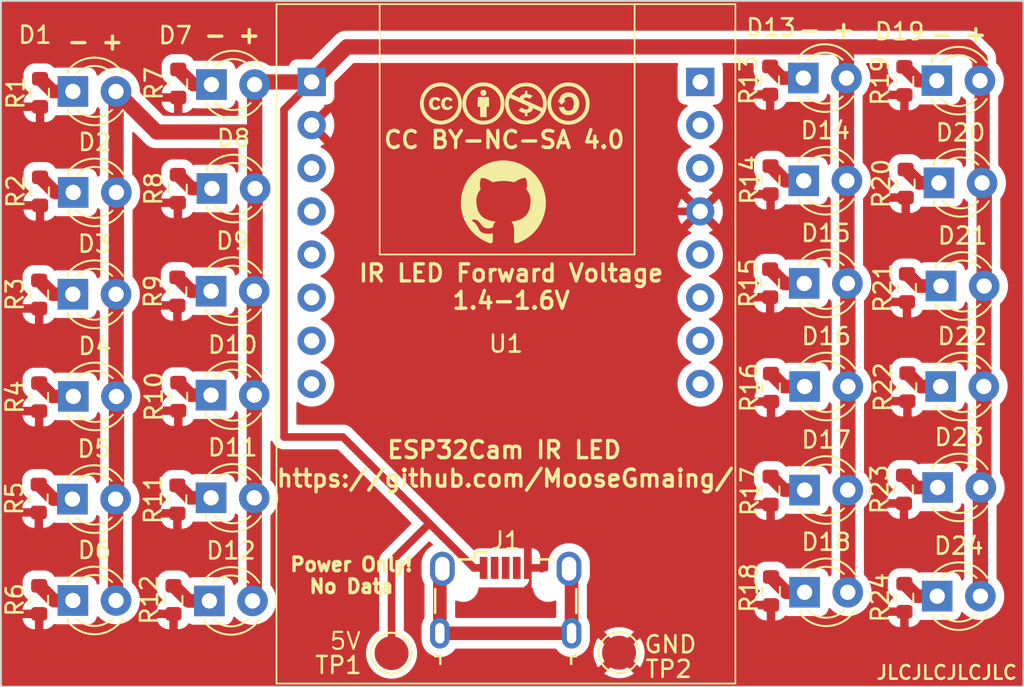
<source format=kicad_pcb>
(kicad_pcb (version 20221018) (generator pcbnew)
  (layers (0 "F.Cu" signal) (31 "B.Cu" signal) (34 "B.Paste" user) (35 "F.Paste" user) (36 "B.SilkS" user "B.Silkscreen") (37 "F.SilkS" user "F.Silkscreen") (38 "B.Mask" user) (39 "F.Mask" user) (44 "Edge.Cuts" user))
  (net 0 "")
  (net 1 "Net-(D1-K)")
  (net 2 "Net-(D1-A)")
  (net 3 "Net-(D2-K)")
  (net 4 "Net-(D3-K)")
  (net 5 "Net-(D4-K)")
  (net 6 "Net-(D5-K)")
  (net 7 "GND")
  (net 8 "Net-(D10-K)")
  (net 12 "unconnected-(J1-Shield-Pad6)")
  (net 26 "Net-(D7-K)")
  (net 27 "Net-(D8-K)")
  (net 28 "Net-(D11-K)")
  (net 29 "Net-(D13-K)")
  (net 30 "Net-(D14-K)")
  (net 31 "Net-(D15-K)")
  (net 32 "Net-(D16-K)")
  (net 33 "Net-(D17-K)")
  (net 34 "Net-(D19-K)")
  (net 35 "Net-(D20-K)")
  (net 36 "Net-(D21-K)")
  (net 37 "Net-(D22-K)")
  (net 38 "Net-(D23-K)")
  (net 39 "Net-(D6-K)")
  (net 40 "Net-(D9-K)")
  (net 41 "Net-(D12-K)")
  (net 42 "Net-(D18-K)")
  (net 43 "Net-(D24-K)")
  (footprint "Resistor_SMD:R_0603_1608Metric" (layer "F.Cu") (at 92.1766 47.561 90)
    (fp_text reference "R14" (at 0.0122 -1.2446 90) (layer "F.SilkS"))
    (fp_text value "180R" hide)
    (pad "1" smd roundrect (at -0.825 0 90) (size 0.8 0.95) (layers "F.Cu" "F.Paste" "F.Mask") (net 7 "GND"))
    (pad "2" smd roundrect (at 0.825 0 90) (size 0.8 0.95) (layers "F.Cu" "F.Paste" "F.Mask") (net 30 "Net-(D14-K)"))
  )
  (footprint "Resistor_SMD:R_0603_1608Metric" (layer "F.Cu") (at 49.144 54.292 90)
    (fp_text reference "R3" (at 0 -1.43 90) (layer "F.SilkS"))
    (fp_text value "180R" hide)
    (pad "1" smd roundrect (at -0.825 0 90) (size 0.8 0.95) (layers "F.Cu" "F.Paste" "F.Mask") (net 7 "GND"))
    (pad "2" smd roundrect (at 0.825 0 90) (size 0.8 0.95) (layers "F.Cu" "F.Paste" "F.Mask") (net 4 "Net-(D3-K)"))
  )
  (footprint "Resistor_SMD:R_0603_1608Metric" (layer "F.Cu") (at 100.0506 41.719 90)
    (fp_text reference "R19" (at 0 -1.43 90) (layer "F.SilkS"))
    (fp_text value "180R" hide)
    (pad "1" smd roundrect (at -0.825 0 90) (size 0.8 0.95) (layers "F.Cu" "F.Paste" "F.Mask") (net 7 "GND"))
    (pad "2" smd roundrect (at 0.825 0 90) (size 0.8 0.95) (layers "F.Cu" "F.Paste" "F.Mask") (net 34 "Net-(D19-K)"))
  )
  (footprint "Resistor_SMD:R_0603_1608Metric" (layer "F.Cu") (at 92.1766 65.8368 90)
    (fp_text reference "R17" (at -0.0508 -1.2192 90) (layer "F.SilkS"))
    (fp_text value "180R" hide)
    (pad "1" smd roundrect (at -0.825 0 90) (size 0.8 0.95) (layers "F.Cu" "F.Paste" "F.Mask") (net 7 "GND"))
    (pad "2" smd roundrect (at 0.825 0 90) (size 0.8 0.95) (layers "F.Cu" "F.Paste" "F.Mask") (net 33 "Net-(D17-K)"))
  )
  (footprint "LED_THT:LED_D3.0mm" (layer "F.Cu") (at 51.1506 60.2996)
    (fp_text reference "D4" (at 1.27 -2.96) (layer "F.SilkS"))
    (fp_text value "IR" hide)
    (pad "1" thru_hole rect (at 0 0) (size 1.8 1.8) (drill 0.9) (layers "*.Cu" "*.Mask") (net 5 "Net-(D4-K)"))
    (pad "2" thru_hole circle (at 2.54 0) (size 1.8 1.8) (drill 0.9) (layers "*.Cu" "*.Mask") (net 2 "Net-(D1-A)"))
  )
  (footprint "Connector_USB:USB_Micro-B_Wuerth_629105150521" (layer "F.Cu") (at 76.5922 72.2942)
    (fp_text reference "J1" (at 0 -3.5) (layer "F.SilkS"))
    (fp_text value "USB_B_Micro" hide)
    (pad "" np_thru_hole oval (at -2.5 -0.8) (size 0.8 0.8) (drill 0.8) (layers "*.Cu" "*.Mask"))
    (pad "" np_thru_hole oval (at 2.5 -0.8) (size 0.8 0.8) (drill 0.8) (layers "*.Cu" "*.Mask"))
    (pad "1" smd rect (at -1.3 -1.9) (size 0.45 1.3) (layers "F.Cu" "F.Paste" "F.Mask") (net 2 "Net-(D1-A)"))
    (pad "2" smd rect (at -0.65 -1.9) (size 0.45 1.3) (layers "F.Cu" "F.Paste" "F.Mask"))
    (pad "3" smd rect (at 0 -1.9) (size 0.45 1.3) (layers "F.Cu" "F.Paste" "F.Mask"))
    (pad "4" smd rect (at 0.65 -1.9) (size 0.45 1.3) (layers "F.Cu" "F.Paste" "F.Mask"))
    (pad "5" smd rect (at 1.3 -1.9) (size 0.45 1.3) (layers "F.Cu" "F.Paste" "F.Mask") (net 7 "GND"))
    (pad "6" thru_hole oval (at -3.875 1.95) (size 1.15 1.8) (drill oval 0.55 1.2) (layers "*.Cu" "*.Mask") (net 12 "unconnected-(J1-Shield-Pad6)"))
    (pad "6" thru_hole oval (at -3.725 -1.85) (size 1.45 2) (drill oval 0.85 1.4) (layers "*.Cu" "*.Mask") (net 12 "unconnected-(J1-Shield-Pad6)"))
    (pad "6" thru_hole oval (at 3.725 -1.85) (size 1.45 2) (drill oval 0.85 1.4) (layers "*.Cu" "*.Mask") (net 12 "unconnected-(J1-Shield-Pad6)"))
    (pad "6" thru_hole oval (at 3.875 1.95) (size 1.15 1.8) (drill oval 0.55 1.2) (layers "*.Cu" "*.Mask") (net 12 "unconnected-(J1-Shield-Pad6)"))
  )
  (footprint "LED_THT:LED_D3.0mm" (layer "F.Cu") (at 59.2582 54.102)
    (fp_text reference "D9" (at 1.27 -2.96) (layer "F.SilkS"))
    (fp_text value "IR" hide)
    (pad "1" thru_hole rect (at 0 0) (size 1.8 1.8) (drill 0.9) (layers "*.Cu" "*.Mask") (net 40 "Net-(D9-K)"))
    (pad "2" thru_hole circle (at 2.54 0) (size 1.8 1.8) (drill 0.9) (layers "*.Cu" "*.Mask") (net 2 "Net-(D1-A)"))
  )
  (footprint "LED_THT:LED_D3.0mm" (layer "F.Cu") (at 94.1578 53.6448)
    (fp_text reference "D15" (at 1.27 -2.96) (layer "F.SilkS"))
    (fp_text value "IR" hide)
    (pad "1" thru_hole rect (at 0 0) (size 1.8 1.8) (drill 0.9) (layers "*.Cu" "*.Mask") (net 31 "Net-(D15-K)"))
    (pad "2" thru_hole circle (at 2.54 0) (size 1.8 1.8) (drill 0.9) (layers "*.Cu" "*.Mask") (net 2 "Net-(D1-A)"))
  )
  (footprint "Resistor_SMD:R_0603_1608Metric" (layer "F.Cu") (at 57.277 66.358 90)
    (fp_text reference "R11" (at 0 -1.43 90) (layer "F.SilkS"))
    (fp_text value "180R" hide)
    (pad "1" smd roundrect (at -0.825 0 90) (size 0.8 0.95) (layers "F.Cu" "F.Paste" "F.Mask") (net 7 "GND"))
    (pad "2" smd roundrect (at 0.825 0 90) (size 0.8 0.95) (layers "F.Cu" "F.Paste" "F.Mask") (net 28 "Net-(D11-K)"))
  )
  (footprint "LED_THT:LED_D3.0mm" (layer "F.Cu") (at 51.0998 66.3448)
    (fp_text reference "D5" (at 1.27 -2.96) (layer "F.SilkS"))
    (fp_text value "IR" hide)
    (pad "1" thru_hole rect (at 0 0) (size 1.8 1.8) (drill 0.9) (layers "*.Cu" "*.Mask") (net 6 "Net-(D5-K)"))
    (pad "2" thru_hole circle (at 2.54 0) (size 1.8 1.8) (drill 0.9) (layers "*.Cu" "*.Mask") (net 2 "Net-(D1-A)"))
  )
  (footprint "LED_THT:LED_D3.0mm" (layer "F.Cu") (at 59.309 48.0568)
    (fp_text reference "D8" (at 1.27 -2.96) (layer "F.SilkS"))
    (fp_text value "IR" hide)
    (pad "1" thru_hole rect (at 0 0) (size 1.8 1.8) (drill 0.9) (layers "*.Cu" "*.Mask") (net 27 "Net-(D8-K)"))
    (pad "2" thru_hole circle (at 2.54 0) (size 1.8 1.8) (drill 0.9) (layers "*.Cu" "*.Mask") (net 2 "Net-(D1-A)"))
  )
  (footprint "LED_THT:LED_D3.0mm" (layer "F.Cu") (at 59.1566 72.3392)
    (fp_text reference "D12" (at 1.27 -2.96) (layer "F.SilkS"))
    (fp_text value "IR" hide)
    (pad "1" thru_hole rect (at 0 0) (size 1.8 1.8) (drill 0.9) (layers "*.Cu" "*.Mask") (net 41 "Net-(D12-K)"))
    (pad "2" thru_hole circle (at 2.54 0) (size 1.8 1.8) (drill 0.9) (layers "*.Cu" "*.Mask") (net 2 "Net-(D1-A)"))
  )
  (footprint "LED_THT:LED_D3.0mm" (layer "F.Cu") (at 51.1456 48.2854)
    (fp_text reference "D2" (at 1.27 -2.96) (layer "F.SilkS"))
    (fp_text value "IR" hide)
    (pad "1" thru_hole rect (at 0 0) (size 1.8 1.8) (drill 0.9) (layers "*.Cu" "*.Mask") (net 3 "Net-(D2-K)"))
    (pad "2" thru_hole circle (at 2.54 0) (size 1.8 1.8) (drill 0.9) (layers "*.Cu" "*.Mask") (net 2 "Net-(D1-A)"))
  )
  (footprint "Resistor_SMD:R_0603_1608Metric" (layer "F.Cu") (at 57.0484 72.2762 90)
    (fp_text reference "R12" (at 0 -1.43 90) (layer "F.SilkS"))
    (fp_text value "180R" hide)
    (pad "1" smd roundrect (at -0.825 0 90) (size 0.8 0.95) (layers "F.Cu" "F.Paste" "F.Mask") (net 7 "GND"))
    (pad "2" smd roundrect (at 0.825 0 90) (size 0.8 0.95) (layers "F.Cu" "F.Paste" "F.Mask") (net 41 "Net-(D12-K)"))
  )
  (footprint "Resistor_SMD:R_0603_1608Metric" (layer "F.Cu") (at 100.0252 65.7728 90)
    (fp_text reference "R23" (at 0 -1.43 90) (layer "F.SilkS"))
    (fp_text value "180R" hide)
    (pad "1" smd roundrect (at -0.825 0 90) (size 0.8 0.95) (layers "F.Cu" "F.Paste" "F.Mask") (net 7 "GND"))
    (pad "2" smd roundrect (at 0.825 0 90) (size 0.8 0.95) (layers "F.Cu" "F.Paste" "F.Mask") (net 38 "Net-(D23-K)"))
  )
  (footprint "LED_THT:LED_D3.0mm" (layer "F.Cu") (at 51.1252 54.2798)
    (fp_text reference "D3" (at 1.27 -2.96) (layer "F.SilkS"))
    (fp_text value "IR" hide)
    (pad "1" thru_hole rect (at 0 0) (size 1.8 1.8) (drill 0.9) (layers "*.Cu" "*.Mask") (net 4 "Net-(D3-K)"))
    (pad "2" thru_hole circle (at 2.54 0) (size 1.8 1.8) (drill 0.9) (layers "*.Cu" "*.Mask") (net 2 "Net-(D1-A)"))
  )
  (footprint "Resistor_SMD:R_0603_1608Metric" (layer "F.Cu") (at 49.144 72.2752 90)
    (fp_text reference "R6" (at 0 -1.43 90) (layer "F.SilkS"))
    (fp_text value "180R" hide)
    (pad "1" smd roundrect (at -0.825 0 90) (size 0.8 0.95) (layers "F.Cu" "F.Paste" "F.Mask") (net 7 "GND"))
    (pad "2" smd roundrect (at 0.825 0 90) (size 0.8 0.95) (layers "F.Cu" "F.Paste" "F.Mask") (net 39 "Net-(D6-K)"))
  )
  (footprint "LED_THT:LED_D3.0mm" (layer "F.Cu") (at 102.0826 47.7266)
    (fp_text reference "D20" (at 1.27 -2.96) (layer "F.SilkS"))
    (fp_text value "IR" hide)
    (pad "1" thru_hole rect (at 0 0) (size 1.8 1.8) (drill 0.9) (layers "*.Cu" "*.Mask") (net 35 "Net-(D20-K)"))
    (pad "2" thru_hole circle (at 2.54 0) (size 1.8 1.8) (drill 0.9) (layers "*.Cu" "*.Mask") (net 2 "Net-(D1-A)"))
  )
  (footprint "Module:ESP32-CAM" (layer "F.Cu") (at 65.1764 59.563)
    (fp_text reference "U1" (at 11.43 -2.36) (layer "F.SilkS"))
    (fp_text value "ESP32-CAM")
    (pad "1" thru_hole circle (at 0 0) (size 1.665 1.665) (drill 0.9) (layers "*.Cu" "*.Mask"))
    (pad "2" thru_hole circle (at 0 -2.54) (size 1.665 1.665) (drill 0.9) (layers "*.Cu" "*.Mask"))
    (pad "3" thru_hole circle (at 0 -5.08) (size 1.665 1.665) (drill 0.9) (layers "*.Cu" "*.Mask"))
    (pad "4" thru_hole circle (at 0 -7.62) (size 1.665 1.665) (drill 0.9) (layers "*.Cu" "*.Mask"))
    (pad "5" thru_hole circle (at 0 -10.16) (size 1.665 1.665) (drill 0.9) (layers "*.Cu" "*.Mask"))
    (pad "6" thru_hole circle (at 0 -12.7) (size 1.665 1.665) (drill 0.9) (layers "*.Cu" "*.Mask"))
    (pad "7" thru_hole circle (at 0 -15.24) (size 1.665 1.665) (drill 0.9) (layers "*.Cu" "*.Mask") (net 7 "GND"))
    (pad "8" thru_hole rect (at 0 -17.78) (size 1.665 1.665) (drill 0.9) (layers "*.Cu" "*.Mask") (net 2 "Net-(D1-A)"))
    (pad "9" thru_hole rect (at 22.86 -17.78) (size 1.665 1.665) (drill 0.9) (layers "*.Cu" "*.Mask"))
    (pad "10" thru_hole circle (at 22.86 -15.24) (size 1.665 1.665) (drill 0.9) (layers "*.Cu" "*.Mask"))
    (pad "11" thru_hole circle (at 22.86 -12.7) (size 1.665 1.665) (drill 0.9) (layers "*.Cu" "*.Mask"))
    (pad "12" thru_hole circle (at 22.86 -10.16) (size 1.665 1.665) (drill 0.9) (layers "*.Cu" "*.Mask") (net 7 "GND"))
    (pad "13" thru_hole circle (at 22.86 -7.62) (size 1.665 1.665) (drill 0.9) (layers "*.Cu" "*.Mask"))
    (pad "14" thru_hole circle (at 22.86 -5.08) (size 1.665 1.665) (drill 0.9) (layers "*.Cu" "*.Mask"))
    (pad "15" thru_hole circle (at 22.86 -2.54) (size 1.665 1.665) (drill 0.9) (layers "*.Cu" "*.Mask"))
    (pad "16" thru_hole circle (at 22.86 0) (size 1.665 1.665) (drill 0.9) (layers "*.Cu" "*.Mask"))
  )
  (footprint "LED_THT:LED_D3.0mm" (layer "F.Cu") (at 59.2582 66.2686)
    (fp_text reference "D11" (at 1.27 -2.96) (layer "F.SilkS"))
    (fp_text value "IR" hide)
    (pad "1" thru_hole rect (at 0 0) (size 1.8 1.8) (drill 0.9) (layers "*.Cu" "*.Mask") (net 28 "Net-(D11-K)"))
    (pad "2" thru_hole circle (at 2.54 0) (size 1.8 1.8) (drill 0.9) (layers "*.Cu" "*.Mask") (net 2 "Net-(D1-A)"))
  )
  (footprint "LED_THT:LED_D3.0mm" (layer "F.Cu") (at 102.1842 59.7154)
    (fp_text reference "D22" (at 1.27 -2.96) (layer "F.SilkS"))
    (fp_text value "IR" hide)
    (pad "1" thru_hole rect (at 0 0) (size 1.8 1.8) (drill 0.9) (layers "*.Cu" "*.Mask") (net 37 "Net-(D22-K)"))
    (pad "2" thru_hole circle (at 2.54 0) (size 1.8 1.8) (drill 0.9) (layers "*.Cu" "*.Mask") (net 2 "Net-(D1-A)"))
  )
  (footprint "LED_THT:LED_D3.0mm" (layer "F.Cu") (at 94.1782 71.8312)
    (fp_text reference "D18" (at 1.27 -2.96) (layer "F.SilkS"))
    (fp_text value "IR" hide)
    (pad "1" thru_hole rect (at 0 0) (size 1.8 1.8) (drill 0.9) (layers "*.Cu" "*.Mask") (net 42 "Net-(D18-K)"))
    (pad "2" thru_hole circle (at 2.54 0) (size 1.8 1.8) (drill 0.9) (layers "*.Cu" "*.Mask") (net 2 "Net-(D1-A)"))
  )
  (footprint "LED_THT:LED_D3.0mm" (layer "F.Cu") (at 102.2046 53.7972)
    (fp_text reference "D21" (at 1.27 -2.96) (layer "F.SilkS"))
    (fp_text value "IR" hide)
    (pad "1" thru_hole rect (at 0 0) (size 1.8 1.8) (drill 0.9) (layers "*.Cu" "*.Mask") (net 36 "Net-(D21-K)"))
    (pad "2" thru_hole circle (at 2.54 0) (size 1.8 1.8) (drill 0.9) (layers "*.Cu" "*.Mask") (net 2 "Net-(D1-A)"))
  )
  (footprint "Symbol:CC BY-NC-SA 4" (layer "F.Cu") (at 76.5302 43.053)
    (fp_text reference "G***" hide)
    (fp_text value "LOGO" hide)
  )
  (footprint "Resistor_SMD:R_0603_1608Metric" (layer "F.Cu") (at 92.1512 41.6936 90)
    (fp_text reference "R13" (at 0.0122 -1.27 90) (layer "F.SilkS"))
    (fp_text value "180R" hide)
    (pad "1" smd roundrect (at -0.825 0 90) (size 0.8 0.95) (layers "F.Cu" "F.Paste" "F.Mask") (net 7 "GND"))
    (pad "2" smd roundrect (at 0.825 0 90) (size 0.8 0.95) (layers "F.Cu" "F.Paste" "F.Mask") (net 29 "Net-(D13-K)"))
  )
  (footprint "Resistor_SMD:R_0603_1608Metric" (layer "F.Cu") (at 100.203 53.911 90)
    (fp_text reference "R21" (at 0 -1.43 90) (layer "F.SilkS"))
    (fp_text value "180R" hide)
    (pad "1" smd roundrect (at -0.825 0 90) (size 0.8 0.95) (layers "F.Cu" "F.Paste" "F.Mask") (net 7 "GND"))
    (pad "2" smd roundrect (at 0.825 0 90) (size 0.8 0.95) (layers "F.Cu" "F.Paste" "F.Mask") (net 36 "Net-(D21-K)"))
  )
  (footprint "LED_THT:LED_D3.0mm" (layer "F.Cu") (at 94.1274 47.5996)
    (fp_text reference "D14" (at 1.27 -2.96) (layer "F.SilkS"))
    (fp_text value "IR" hide)
    (pad "1" thru_hole rect (at 0 0) (size 1.8 1.8) (drill 0.9) (layers "*.Cu" "*.Mask") (net 30 "Net-(D14-K)"))
    (pad "2" thru_hole circle (at 2.54 0) (size 1.8 1.8) (drill 0.9) (layers "*.Cu" "*.Mask") (net 2 "Net-(D1-A)"))
  )
  (footprint "Resistor_SMD:R_0603_1608Metric" (layer "F.Cu") (at 49.1948 48.2224 90)
    (fp_text reference "R2" (at 0 -1.43 90) (layer "F.SilkS"))
    (fp_text value "180R" hide)
    (pad "1" smd roundrect (at -0.825 0 90) (size 0.8 0.95) (layers "F.Cu" "F.Paste" "F.Mask") (net 7 "GND"))
    (pad "2" smd roundrect (at 0.825 0 90) (size 0.8 0.95) (layers "F.Cu" "F.Paste" "F.Mask") (net 3 "Net-(D2-K)"))
  )
  (footprint "Resistor_SMD:R_0603_1608Metric" (layer "F.Cu") (at 92.202 59.7784 90)
    (fp_text reference "R16" (at 0 -1.27 90) (layer "F.SilkS"))
    (fp_text value "180R" hide)
    (pad "1" smd roundrect (at -0.825 0 90) (size 0.8 0.95) (layers "F.Cu" "F.Paste" "F.Mask") (net 7 "GND"))
    (pad "2" smd roundrect (at 0.825 0 90) (size 0.8 0.95) (layers "F.Cu" "F.Paste" "F.Mask") (net 32 "Net-(D16-K)"))
  )
  (footprint "Resistor_SMD:R_0603_1608Metric" (layer "F.Cu") (at 92.1512 53.6316 90)
    (fp_text reference "R15" (at 0 -1.27 90) (layer "F.SilkS"))
    (fp_text value "180R" hide)
    (pad "1" smd roundrect (at -0.825 0 90) (size 0.8 0.95) (layers "F.Cu" "F.Paste" "F.Mask") (net 7 "GND"))
    (pad "2" smd roundrect (at 0.825 0 90) (size 0.8 0.95) (layers "F.Cu" "F.Paste" "F.Mask") (net 31 "Net-(D15-K)"))
  )
  (footprint "LED_THT:LED_D3.0mm" (layer "F.Cu") (at 51.1252 72.3138)
    (fp_text reference "D6" (at 1.27 -2.96) (layer "F.SilkS"))
    (fp_text value "IR" hide)
    (pad "1" thru_hole rect (at 0 0) (size 1.8 1.8) (drill 0.9) (layers "*.Cu" "*.Mask") (net 39 "Net-(D6-K)"))
    (pad "2" thru_hole circle (at 2.54 0) (size 1.8 1.8) (drill 0.9) (layers "*.Cu" "*.Mask") (net 2 "Net-(D1-A)"))
  )
  (footprint "LED_THT:LED_D3.0mm" (layer "F.Cu") (at 101.981 72.0598)
    (fp_text reference "D24" (at 1.27 -2.96) (layer "F.SilkS"))
    (fp_text value "IR" hide)
    (pad "1" thru_hole rect (at 0 0) (size 1.8 1.8) (drill 0.9) (layers "*.Cu" "*.Mask") (net 43 "Net-(D24-K)"))
    (pad "2" thru_hole circle (at 2.54 0) (size 1.8 1.8) (drill 0.9) (layers "*.Cu" "*.Mask") (net 2 "Net-(D1-A)"))
  )
  (footprint "Resistor_SMD:R_0603_1608Metric" (layer "F.Cu") (at 57.3278 41.8724 90)
    (fp_text reference "R7" (at 0 -1.43 90) (layer "F.SilkS"))
    (fp_text value "180R" hide)
    (pad "1" smd roundrect (at -0.825 0 90) (size 0.8 0.95) (layers "F.Cu" "F.Paste" "F.Mask") (net 7 "GND"))
    (pad "2" smd roundrect (at 0.825 0 90) (size 0.8 0.95) (layers "F.Cu" "F.Paste" "F.Mask") (net 26 "Net-(D7-K)"))
  )
  (footprint "Resistor_SMD:R_0603_1608Metric" (layer "F.Cu") (at 57.3278 60.3118 90)
    (fp_text reference "R10" (at 0 -1.43 90) (layer "F.SilkS"))
    (fp_text value "180R" hide)
    (pad "1" smd roundrect (at -0.825 0 90) (size 0.8 0.95) (layers "F.Cu" "F.Paste" "F.Mask") (net 7 "GND"))
    (pad "2" smd roundrect (at 0.825 0 90) (size 0.8 0.95) (layers "F.Cu" "F.Paste" "F.Mask") (net 8 "Net-(D10-K)"))
  )
  (footprint "LED_THT:LED_D3.0mm" (layer "F.Cu") (at 59.2582 60.2234)
    (fp_text reference "D10" (at 1.27 -2.96) (layer "F.SilkS"))
    (fp_text value "IR" hide)
    (pad "1" thru_hole rect (at 0 0) (size 1.8 1.8) (drill 0.9) (layers "*.Cu" "*.Mask") (net 8 "Net-(D10-K)"))
    (pad "2" thru_hole circle (at 2.54 0) (size 1.8 1.8) (drill 0.9) (layers "*.Cu" "*.Mask") (net 2 "Net-(D1-A)"))
  )
  (footprint "Symbol:GitHub_Logo_SilkScreen" (layer "F.Cu") (at 76.453995 48.904934)
    (fp_text reference "G***" hide)
    (fp_text value "LOGO" hide)
  )
  (footprint "LED_THT:LED_D3.0mm" (layer "F.Cu") (at 59.2786 41.9354)
    (fp_text reference "D7" (at -2.1286 -2.8956) (layer "F.SilkS"))
    (fp_text value "IR" hide)
    (pad "1" thru_hole rect (at 0 0) (size 1.8 1.8) (drill 0.9) (layers "*.Cu" "*.Mask") (net 26 "Net-(D7-K)"))
    (pad "2" thru_hole circle (at 2.54 0) (size 1.8 1.8) (drill 0.9) (layers "*.Cu" "*.Mask") (net 2 "Net-(D1-A)"))
  )
  (footprint "Resistor_SMD:R_0603_1608Metric" (layer "F.Cu") (at 49.1186 66.3062 90)
    (fp_text reference "R5" (at 0 -1.43 90) (layer "F.SilkS"))
    (fp_text value "180R" hide)
    (pad "1" smd roundrect (at -0.825 0 90) (size 0.8 0.95) (layers "F.Cu" "F.Paste" "F.Mask") (net 7 "GND"))
    (pad "2" smd roundrect (at 0.825 0 90) (size 0.8 0.95) (layers "F.Cu" "F.Paste" "F.Mask") (net 6 "Net-(D5-K)"))
  )
  (footprint "Resistor_SMD:R_0603_1608Metric" (layer "F.Cu") (at 57.3024 48.069 90)
    (fp_text reference "R8" (at 0 -1.43 90) (layer "F.SilkS"))
    (fp_text value "180R" hide)
    (pad "1" smd roundrect (at -0.825 0 90) (size 0.8 0.95) (layers "F.Cu" "F.Paste" "F.Mask") (net 7 "GND"))
    (pad "2" smd roundrect (at 0.825 0 90) (size 0.8 0.95) (layers "F.Cu" "F.Paste" "F.Mask") (net 27 "Net-(D8-K)"))
  )
  (footprint "LED_THT:LED_D3.0mm" (layer "F.Cu") (at 94.1832 59.7154)
    (fp_text reference "D16" (at 1.27 -2.96) (layer "F.SilkS"))
    (fp_text value "IR" hide)
    (pad "1" thru_hole rect (at 0 0) (size 1.8 1.8) (drill 0.9) (layers "*.Cu" "*.Mask") (net 32 "Net-(D16-K)"))
    (pad "2" thru_hole circle (at 2.54 0) (size 1.8 1.8) (drill 0.9) (layers "*.Cu" "*.Mask") (net 2 "Net-(D1-A)"))
  )
  (footprint "LED_THT:LED_D3.0mm" (layer "F.Cu") (at 101.9556 41.7068)
    (fp_text reference "D19" (at -2.1844 -2.8956) (layer "F.SilkS"))
    (fp_text value "IR" hide)
    (pad "1" thru_hole rect (at 0 0) (size 1.8 1.8) (drill 0.9) (layers "*.Cu" "*.Mask") (net 34 "Net-(D19-K)"))
    (pad "2" thru_hole circle (at 2.54 0) (size 1.8 1.8) (drill 0.9) (layers "*.Cu" "*.Mask") (net 2 "Net-(D1-A)"))
  )
  (footprint "Resistor_SMD:R_0603_1608Metric" (layer "F.Cu") (at 49.144 60.3372 90)
    (fp_text reference "R4" (at 0 -1.43 90) (layer "F.SilkS"))
    (fp_text value "180R" hide)
    (pad "1" smd roundrect (at -0.825 0 90) (size 0.8 0.95) (layers "F.Cu" "F.Paste" "F.Mask") (net 7 "GND"))
    (pad "2" smd roundrect (at 0.825 0 90) (size 0.8 0.95) (layers "F.Cu" "F.Paste" "F.Mask") (net 5 "Net-(D4-K)"))
  )
  (footprint "LED_THT:LED_D3.0mm" (layer "F.Cu") (at 94.1782 65.8114)
    (fp_text reference "D17" (at 1.27 -2.96) (layer "F.SilkS"))
    (fp_text value "IR" hide)
    (pad "1" thru_hole rect (at 0 0) (size 1.8 1.8) (drill 0.9) (layers "*.Cu" "*.Mask") (net 33 "Net-(D17-K)"))
    (pad "2" thru_hole circle (at 2.54 0) (size 1.8 1.8) (drill 0.9) (layers "*.Cu" "*.Mask") (net 2 "Net-(D1-A)"))
  )
  (footprint "LED_THT:LED_D3.0mm" (layer "F.Cu") (at 94.102 41.5544)
    (fp_text reference "D13" hide)
    (fp_text value "IR" hide)
    (pad "1" thru_hole rect (at 0 0) (size 1.8 1.8) (drill 0.9) (layers "*.Cu" "*.Mask") (net 29 "Net-(D13-K)"))
    (pad "2" thru_hole circle (at 2.54 0) (size 1.8 1.8) (drill 0.9) (layers "*.Cu" "*.Mask") (net 2 "Net-(D1-A)"))
  )
  (footprint "TestPoint:TestPoint_Pad_D2.0mm" (layer "F.Cu") (at 69.8754 75.4126)
    (fp_text reference "TP1" (at -3.1242 0.7112) (layer "F.SilkS"))
    (fp_text value "VIN" hide)
    (pad "1" smd circle (at 0 0) (size 2 2) (layers "F.Cu" "F.Mask") (net 2 "Net-(D1-A)"))
  )
  (footprint "LED_THT:LED_D3.0mm" (layer "F.Cu") (at 102.0064 65.659)
    (fp_text reference "D23" (at 1.27 -2.96) (layer "F.SilkS"))
    (fp_text value "IR" hide)
    (pad "1" thru_hole rect (at 0 0) (size 1.8 1.8) (drill 0.9) (layers "*.Cu" "*.Mask") (net 38 "Net-(D23-K)"))
    (pad "2" thru_hole circle (at 2.54 0) (size 1.8 1.8) (drill 0.9) (layers "*.Cu" "*.Mask") (net 2 "Net-(D1-A)"))
  )
  (footprint "Resistor_SMD:R_0603_1608Metric" (layer "F.Cu") (at 57.277 54.1142 90)
    (fp_text reference "R9" (at 0 -1.43 90) (layer "F.SilkS"))
    (fp_text value "180R" hide)
    (pad "1" smd roundrect (at -0.825 0 90) (size 0.8 0.95) (layers "F.Cu" "F.Paste" "F.Mask") (net 7 "GND"))
    (pad "2" smd roundrect (at 0.825 0 90) (size 0.8 0.95) (layers "F.Cu" "F.Paste" "F.Mask") (net 40 "Net-(D9-K)"))
  )
  (footprint "Resistor_SMD:R_0603_1608Metric" (layer "F.Cu") (at 49.1948 42.418 90)
    (fp_text reference "R1" (at 0 -1.43 90) (layer "F.SilkS"))
    (fp_text value "180R" hide)
    (pad "1" smd roundrect (at -0.825 0 90) (size 0.8 0.95) (layers "F.Cu" "F.Paste" "F.Mask") (net 7 "GND"))
    (pad "2" smd roundrect (at 0.825 0 90) (size 0.8 0.95) (layers "F.Cu" "F.Paste" "F.Mask") (net 1 "Net-(D1-K)"))
  )
  (footprint "Resistor_SMD:R_0603_1608Metric" (layer "F.Cu") (at 100.0506 72.1482 90)
    (fp_text reference "R24" (at 0 -1.43 90) (layer "F.SilkS"))
    (fp_text value "180R" hide)
    (pad "1" smd roundrect (at -0.825 0 90) (size 0.8 0.95) (layers "F.Cu" "F.Paste" "F.Mask") (net 7 "GND"))
    (pad "2" smd roundrect (at 0.825 0 90) (size 0.8 0.95) (layers "F.Cu" "F.Paste" "F.Mask") (net 43 "Net-(D24-K)"))
  )
  (footprint "Resistor_SMD:R_0603_1608Metric" (layer "F.Cu") (at 92.202 71.755 90)
    (fp_text reference "R18" hide)
    (fp_text value "180R" hide)
    (pad "1" smd roundrect (at -0.825 0 90) (size 0.8 0.95) (layers "F.Cu" "F.Paste" "F.Mask") (net 7 "GND"))
    (pad "2" smd roundrect (at 0.825 0 90) (size 0.8 0.95) (layers "F.Cu" "F.Paste" "F.Mask") (net 42 "Net-(D18-K)"))
  )
  (footprint "Resistor_SMD:R_0603_1608Metric" (layer "F.Cu") (at 100.1268 47.7642 90)
    (fp_text reference "R20" (at 0 -1.43 90) (layer "F.SilkS"))
    (fp_text value "180R" hide)
    (pad "1" smd roundrect (at -0.825 0 90) (size 0.8 0.95) (layers "F.Cu" "F.Paste" "F.Mask") (net 7 "GND"))
    (pad "2" smd roundrect (at 0.825 0 90) (size 0.8 0.95) (layers "F.Cu" "F.Paste" "F.Mask") (net 35 "Net-(D20-K)"))
  )
  (footprint "TestPoint:TestPoint_Pad_D2.0mm" (layer "F.Cu") (at 83.2612 75.3872)
    (fp_text reference "TP2" (at 2.921 0.9652) (layer "F.SilkS"))
    (fp_text value "GND" hide)
    (pad "1" smd circle (at 0 0) (size 2 2) (layers "F.Cu" "F.Mask") (net 7 "GND"))
  )
  (footprint "Resistor_SMD:R_0603_1608Metric" (layer "F.Cu") (at 100.2284 59.753 90)
    (fp_text reference "R22" (at 0 -1.43 90) (layer "F.SilkS"))
    (fp_text value "180R" hide)
    (pad "1" smd roundrect (at -0.825 0 90) (size 0.8 0.95) (layers "F.Cu" "F.Paste" "F.Mask") (net 7 "GND"))
    (pad "2" smd roundrect (at 0.825 0 90) (size 0.8 0.95) (layers "F.Cu" "F.Paste" "F.Mask") (net 37 "Net-(D22-K)"))
  )
  (footprint "LED_THT:LED_D3.0mm" (layer "F.Cu") (at 51.1252 42.3418)
    (fp_text reference "D1" (at -2.2302 -3.3274) (layer "F.SilkS"))
    (fp_text value "IR" hide)
    (pad "1" thru_hole rect (at 0 0) (size 1.8 1.8) (drill 0.9) (layers "*.Cu" "*.Mask") (net 1 "Net-(D1-K)"))
    (pad "2" thru_hole circle (at 2.54 0) (size 1.8 1.8) (drill 0.9) (layers "*.Cu" "*.Mask") (net 2 "Net-(D1-A)"))
  )
  (gr_rect (start 46.8884 37.0078) (end 107.061 77.3938) (stroke (width 0.1)) (fill none) (layer "Edge.Cuts"))
  (gr_text "CC BY-NC-SA 4.0" (at 76.5048 45.1866) (layer "F.SilkS") (effects (font (size 1 1) (thickness 0.2) bold)))
  (gr_text "5V" (at 67.1576 74.7014) (layer "F.SilkS") (effects (font (size 1 1) (thickness 0.125))))
  (gr_text "- +" (at 60.5028 39.0144) (layer "F.SilkS") (effects (font (size 1 1) (thickness 0.2) bold)))
  (gr_text "- +" (at 52.451 39.3954) (layer "F.SilkS") (effects (font (size 1 1) (thickness 0.2) bold)))
  (gr_text "IR LED Forward Voltage\n1.4-1.6V" (at 76.9112 53.848) (layer "F.SilkS") (effects (font (size 1 1) (thickness 0.2) bold)))
  (gr_text "https://github.com/MooseGmaing/" (at 76.5556 65.1256) (layer "F.SilkS") (effects (font (size 1 1) (thickness 0.2) bold)))
  (gr_text "Power Only!\nNo Data" (at 67.5132 70.8406) (layer "F.SilkS") (effects (font (size 0.8 0.8) (thickness 0.2) bold)))
  (gr_text "- +" (at 103.251 38.9636) (layer "F.SilkS") (effects (font (size 1 1) (thickness 0.2) bold)))
  (gr_text "ESP32Cam IR LED" (at 76.5048 63.4492) (layer "F.SilkS") (effects (font (size 1 1) (thickness 0.2) bold)))
  (gr_text "R18" (at 90.9066 71.5772 90) (layer "F.SilkS") (effects (font (size 1 1))))
  (gr_text "D13" (at 92.202 38.5826) (layer "F.SilkS") (effects (font (size 1 1))))
  (gr_text "GND" (at 86.2838 74.9046) (layer "F.SilkS") (effects (font (size 1 1))))
  (gr_text "JLCJLCJLCJLC" (at 102.5398 76.5556) (layer "F.SilkS") (effects (font (size 0.8 0.8))))
  (gr_text "- +" (at 95.4786 38.7096) (layer "F.SilkS") (effects (font (size 1 1) (thickness 0.2) bold)))
  (segment (start 49.9436 42.3418) (end 49.1948 41.593) (width 0.8) (layer "F.Cu") (net 1))
  (segment (start 51.1252 42.3418) (end 49.9436 42.3418) (width 0.8) (layer "F.Cu") (net 1))
  (segment (start 104.4956 40.434008) (end 103.779592 39.718) (width 0.9) (layer "F.Cu") (net 2))
  (segment (start 53.6652 42.3418) (end 53.6652 48.265) (width 0.9) (layer "F.Cu") (net 2))
  (segment (start 96.7182 65.8114) (end 96.7182 71.8312) (width 0.9) (layer "F.Cu") (net 2))
  (segment (start 104.4956 41.7068) (end 104.4956 40.434008) (width 0.9) (layer "F.Cu") (net 2))
  (segment (start 53.6398 72.2884) (end 53.6652 72.3138) (width 0.9) (layer "F.Cu") (net 2))
  (segment (start 103.779592 39.718) (end 95.5802 39.718) (width 0.9) (layer "F.Cu") (net 2))
  (segment (start 104.6226 41.8338) (end 104.4956 41.7068) (width 0.9) (layer "F.Cu") (net 2))
  (segment (start 104.7242 53.8176) (end 104.7446 53.7972) (width 0.9) (layer "F.Cu") (net 2))
  (segment (start 67.011546 62.6872) (end 72.101073 67.776727) (width 0.45) (layer "F.Cu") (net 2))
  (segment (start 53.6856 48.2854) (end 53.6856 54.2594) (width 0.9) (layer "F.Cu") (net 2))
  (segment (start 69.8754 70.0024) (end 69.8754 75.4126) (width 0.45) (layer "F.Cu") (net 2))
  (segment (start 61.971 41.783) (end 61.8186 41.9354) (width 0.9) (layer "F.Cu") (net 2))
  (segment (start 96.7232 59.7154) (end 96.7232 65.8064) (width 0.9) (layer "F.Cu") (net 2))
  (segment (start 96.6674 53.6144) (end 96.6978 53.6448) (width 0.9) (layer "F.Cu") (net 2))
  (segment (start 96.078392 39.718) (end 95.5802 39.718) (width 0.9) (layer "F.Cu") (net 2))
  (segment (start 96.7232 65.8064) (end 96.7182 65.8114) (width 0.9) (layer "F.Cu") (net 2))
  (segment (start 53.6652 48.265) (end 53.6856 48.2854) (width 0.9) (layer "F.Cu") (net 2))
  (segment (start 104.521 72.0598) (end 104.521 65.6844) (width 0.9) (layer "F.Cu") (net 2))
  (segment (start 61.7982 60.2234) (end 61.7982 66.2686) (width 0.9) (layer "F.Cu") (net 2))
  (segment (start 104.7242 59.7154) (end 104.7242 53.8176) (width 0.9) (layer "F.Cu") (net 2))
  (segment (start 53.6856 54.2594) (end 53.6652 54.2798) (width 0.9) (layer "F.Cu") (net 2))
  (segment (start 67.2414 39.718) (end 65.1764 41.783) (width 0.9) (layer "F.Cu") (net 2))
  (segment (start 53.6906 60.2996) (end 53.6906 66.294) (width 0.9) (layer "F.Cu") (net 2))
  (segment (start 104.7446 53.7972) (end 104.7446 47.8486) (width 0.9) (layer "F.Cu") (net 2))
  (segment (start 104.7242 65.4812) (end 104.5464 65.659) (width 0.9) (layer "F.Cu") (net 2))
  (segment (start 61.849 54.0512) (end 61.7982 54.102) (width 0.9) (layer "F.Cu") (net 2))
  (segment (start 61.7982 66.2686) (end 61.7982 72.2376) (width 0.9) (layer "F.Cu") (net 2))
  (segment (start 96.7232 53.6702) (end 96.6978 53.6448) (width 0.9) (layer "F.Cu") (net 2))
  (segment (start 53.6652 54.2798) (end 53.6652 60.2742) (width 0.9) (layer "F.Cu") (net 2))
  (segment (start 95.5802 39.718) (end 67.2414 39.718) (width 0.9) (layer "F.Cu") (net 2))
  (segment (start 61.8186 44.7294) (end 61.8186 48.0264) (width 0.9) (layer "F.Cu") (net 2))
  (segment (start 61.8186 41.9354) (end 61.8186 44.7294) (width 0.9) (layer "F.Cu") (net 2))
  (segment (start 63.5508 62.6872) (end 67.011546 62.6872) (width 0.45) (layer "F.Cu") (net 2))
  (segment (start 61.849 48.0568) (end 61.849 54.0512) (width 0.9) (layer "F.Cu") (net 2))
  (segment (start 63.5508 43.4086) (end 63.5508 62.6872) (width 0.45) (layer "F.Cu") (net 2))
  (segment (start 61.8186 48.0264) (end 61.849 48.0568) (width 0.9) (layer "F.Cu") (net 2))
  (segment (start 61.8186 44.7294) (end 56.0528 44.7294) (width 0.9) (layer "F.Cu") (net 2))
  (segment (start 104.521 65.6844) (end 104.5464 65.659) (width 0.9) (layer "F.Cu") (net 2))
  (segment (start 65.1764 41.783) (end 63.5508 43.4086) (width 0.45) (layer "F.Cu") (net 2))
  (segment (start 61.7982 72.2376) (end 61.6966 72.3392) (width 0.9) (layer "F.Cu") (net 2))
  (segment (start 96.7232 59.7154) (end 96.7232 53.6702) (width 0.9) (layer "F.Cu") (net 2))
  (segment (start 65.1764 41.783) (end 61.971 41.783) (width 0.9) (layer "F.Cu") (net 2))
  (segment (start 96.642 47.5742) (end 96.6674 47.5996) (width 0.9) (layer "F.Cu") (net 2))
  (segment (start 104.7446 47.8486) (end 104.6226 47.7266) (width 0.9) (layer "F.Cu") (net 2))
  (segment (start 72.101073 67.776727) (end 69.8754 70.0024) (width 0.45) (layer "F.Cu") (net 2))
  (segment (start 53.6906 66.294) (end 53.6398 66.3448) (width 0.9) (layer "F.Cu") (net 2))
  (segment (start 74.718546 70.3942) (end 75.2922 70.3942) (width 0.45) (layer "F.Cu") (net 2))
  (segment (start 53.6652 60.2742) (end 53.6906 60.2996) (width 0.9) (layer "F.Cu") (net 2))
  (segment (start 104.7242 59.7154) (end 104.7242 65.4812) (width 0.9) (layer "F.Cu") (net 2))
  (segment (start 61.7982 54.102) (end 61.7982 60.2234) (width 0.9) (layer "F.Cu") (net 2))
  (segment (start 96.642 41.5544) (end 96.642 47.5742) (width 0.9) (layer "F.Cu") (net 2))
  (segment (start 96.6674 47.5996) (end 96.6674 53.6144) (width 0.9) (layer "F.Cu") (net 2))
  (segment (start 104.6226 47.7266) (end 104.6226 41.8338) (width 0.9) (layer "F.Cu") (net 2))
  (segment (start 72.101073 67.776727) (end 74.718546 70.3942) (width 0.45) (layer "F.Cu") (net 2))
  (segment (start 56.0528 44.7294) (end 53.6652 42.3418) (width 0.9) (layer "F.Cu") (net 2))
  (segment (start 96.642 40.281608) (end 96.078392 39.718) (width 0.9) (layer "F.Cu") (net 2))
  (segment (start 96.642 41.5544) (end 96.642 40.281608) (width 0.9) (layer "F.Cu") (net 2))
  (segment (start 53.6398 66.3448) (end 53.6398 72.2884) (width 0.9) (layer "F.Cu") (net 2))
  (segment (start 50.0828 48.2854) (end 49.1948 47.3974) (width 0.8) (layer "F.Cu") (net 3))
  (segment (start 51.1456 48.2854) (end 50.0828 48.2854) (width 0.8) (layer "F.Cu") (net 3))
  (segment (start 51.1252 54.2798) (end 49.9568 54.2798) (width 0.8) (layer "F.Cu") (net 4))
  (segment (start 49.9568 54.2798) (end 49.144 53.467) (width 0.8) (layer "F.Cu") (net 4))
  (segment (start 49.9314 60.2996) (end 49.144 59.5122) (width 0.8) (layer "F.Cu") (net 5))
  (segment (start 51.1506 60.2996) (end 49.9314 60.2996) (width 0.8) (layer "F.Cu") (net 5))
  (segment (start 49.9822 66.3448) (end 49.1186 65.4812) (width 0.8) (layer "F.Cu") (net 6))
  (segment (start 51.0998 66.3448) (end 49.9822 66.3448) (width 0.8) (layer "F.Cu") (net 6))
  (segment (start 77.8922 57.0388) (end 65.1764 44.323) (width 0.45) (layer "F.Cu") (net 7))
  (segment (start 85.528 49.403) (end 77.8922 57.0388) (width 0.45) (layer "F.Cu") (net 7))
  (segment (start 77.8922 70.3942) (end 77.8922 57.0388) (width 0.45) (layer "F.Cu") (net 7))
  (segment (start 88.0364 49.403) (end 85.528 49.403) (width 0.45) (layer "F.Cu") (net 7))
  (segment (start 58.0644 60.2234) (end 57.3278 59.4868) (width 0.8) (layer "F.Cu") (net 8))
  (segment (start 59.2582 60.2234) (end 58.0644 60.2234) (width 0.8) (layer "F.Cu") (net 8))
  (segment (start 72.7172 74.2442) (end 72.7172 70.5942) (width 0.8) (layer "F.Cu") (net 12))
  (segment (start 80.4672 74.2442) (end 72.7172 74.2442) (width 0.8) (layer "F.Cu") (net 12))
  (segment (start 80.4672 70.5942) (end 80.3172 70.4442) (width 0.8) (layer "F.Cu") (net 12))
  (segment (start 80.4672 74.2442) (end 80.4672 70.5942) (width 0.8) (layer "F.Cu") (net 12))
  (segment (start 72.7172 70.5942) (end 72.8672 70.4442) (width 0.8) (layer "F.Cu") (net 12))
  (segment (start 59.2786 41.9354) (end 58.2158 41.9354) (width 0.8) (layer "F.Cu") (net 26))
  (segment (start 58.2158 41.9354) (end 57.3278 41.0474) (width 0.8) (layer "F.Cu") (net 26))
  (segment (start 59.309 48.0568) (end 58.1152 48.0568) (width 0.8) (layer "F.Cu") (net 27))
  (segment (start 58.1152 48.0568) (end 57.3024 47.244) (width 0.8) (layer "F.Cu") (net 27))
  (segment (start 59.2582 66.2686) (end 58.0126 66.2686) (width 0.8) (layer "F.Cu") (net 28))
  (segment (start 58.0126 66.2686) (end 57.277 65.533) (width 0.8) (layer "F.Cu") (net 28))
  (segment (start 94.102 41.5544) (end 92.837 41.5544) (width 0.8) (layer "F.Cu") (net 29))
  (segment (start 92.837 41.5544) (end 92.1512 40.8686) (width 0.8) (layer "F.Cu") (net 29))
  (segment (start 94.1274 47.5996) (end 93.0402 47.5996) (width 0.8) (layer "F.Cu") (net 30))
  (segment (start 93.0402 47.5996) (end 92.1766 46.736) (width 0.8) (layer "F.Cu") (net 30))
  (segment (start 94.1578 53.6448) (end 92.9894 53.6448) (width 0.8) (layer "F.Cu") (net 31))
  (segment (start 92.9894 53.6448) (end 92.1512 52.8066) (width 0.8) (layer "F.Cu") (net 31))
  (segment (start 94.1832 59.7154) (end 92.964 59.7154) (width 0.8) (layer "F.Cu") (net 32))
  (segment (start 92.964 59.7154) (end 92.202 58.9534) (width 0.8) (layer "F.Cu") (net 32))
  (segment (start 92.9762 65.8114) (end 92.1766 65.0118) (width 0.8) (layer "F.Cu") (net 33))
  (segment (start 94.1782 65.8114) (end 92.9762 65.8114) (width 0.8) (layer "F.Cu") (net 33))
  (segment (start 100.8634 41.7068) (end 100.0506 40.894) (width 0.8) (layer "F.Cu") (net 34))
  (segment (start 101.9556 41.7068) (end 100.8634 41.7068) (width 0.8) (layer "F.Cu") (net 34))
  (segment (start 100.9142 47.7266) (end 100.1268 46.9392) (width 0.8) (layer "F.Cu") (net 35))
  (segment (start 102.0826 47.7266) (end 100.9142 47.7266) (width 0.8) (layer "F.Cu") (net 35))
  (segment (start 102.2046 53.7972) (end 100.9142 53.7972) (width 0.8) (layer "F.Cu") (net 36))
  (segment (start 100.9142 53.7972) (end 100.203 53.086) (width 0.8) (layer "F.Cu") (net 36))
  (segment (start 101.0158 59.7154) (end 100.2284 58.928) (width 0.8) (layer "F.Cu") (net 37))
  (segment (start 102.1842 59.7154) (end 101.0158 59.7154) (width 0.8) (layer "F.Cu") (net 37))
  (segment (start 102.0064 65.659) (end 100.7364 65.659) (width 0.8) (layer "F.Cu") (net 38))
  (segment (start 100.7364 65.659) (end 100.0252 64.9478) (width 0.8) (layer "F.Cu") (net 38))
  (segment (start 50.0076 72.3138) (end 49.144 71.4502) (width 0.8) (layer "F.Cu") (net 39))
  (segment (start 51.1252 72.3138) (end 50.0076 72.3138) (width 0.8) (layer "F.Cu") (net 39))
  (segment (start 59.2582 54.102) (end 58.0898 54.102) (width 0.8) (layer "F.Cu") (net 40))
  (segment (start 58.0898 54.102) (end 57.277 53.2892) (width 0.8) (layer "F.Cu") (net 40))
  (segment (start 57.9364 72.3392) (end 57.0484 71.4512) (width 0.8) (layer "F.Cu") (net 41))
  (segment (start 59.1566 72.3392) (end 57.9364 72.3392) (width 0.8) (layer "F.Cu") (net 41))
  (segment (start 94.1782 71.8312) (end 93.1032 71.8312) (width 0.8) (layer "F.Cu") (net 42))
  (segment (start 93.1032 71.8312) (end 92.202 70.93) (width 0.8) (layer "F.Cu") (net 42))
  (segment (start 100.7872 72.0598) (end 100.0506 71.3232) (width 0.8) (layer "F.Cu") (net 43))
  (segment (start 101.981 72.0598) (end 100.7872 72.0598) (width 0.8) (layer "F.Cu") (net 43))
  (zone (net 7) (net_name "GND") (layer "F.Cu") (connect_pads (clearance 0.5)) (min_thickness 0.13) (fill yes (thermal_gap 0.5) (thermal_bridge_width 0.5))
    (polygon (pts (xy 107.0102 77.343) (xy 46.9392 77.343) (xy 46.9392 37.0586) (xy 107.0102 37.0586)))
  )
)
</source>
